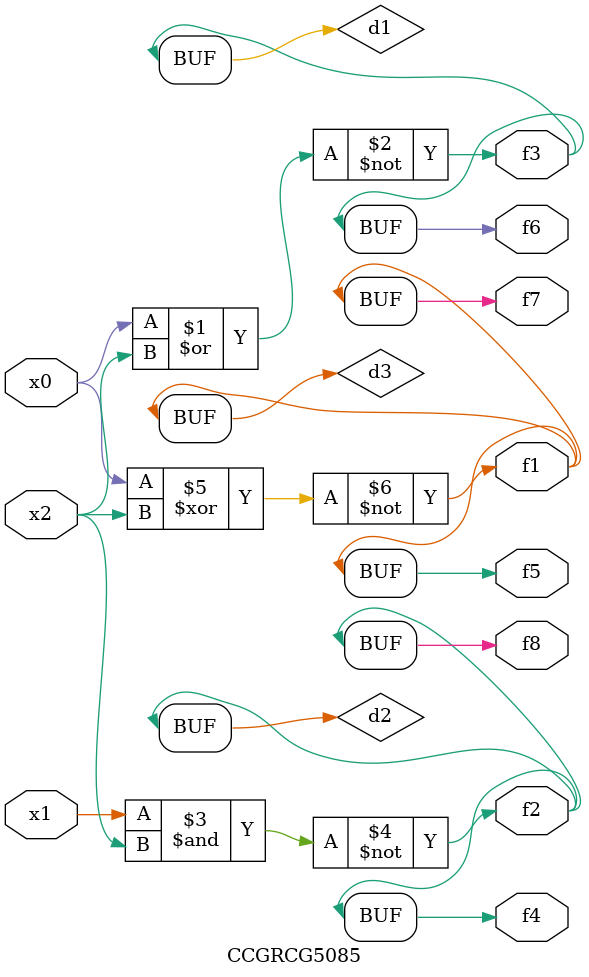
<source format=v>
module CCGRCG5085(
	input x0, x1, x2,
	output f1, f2, f3, f4, f5, f6, f7, f8
);

	wire d1, d2, d3;

	nor (d1, x0, x2);
	nand (d2, x1, x2);
	xnor (d3, x0, x2);
	assign f1 = d3;
	assign f2 = d2;
	assign f3 = d1;
	assign f4 = d2;
	assign f5 = d3;
	assign f6 = d1;
	assign f7 = d3;
	assign f8 = d2;
endmodule

</source>
